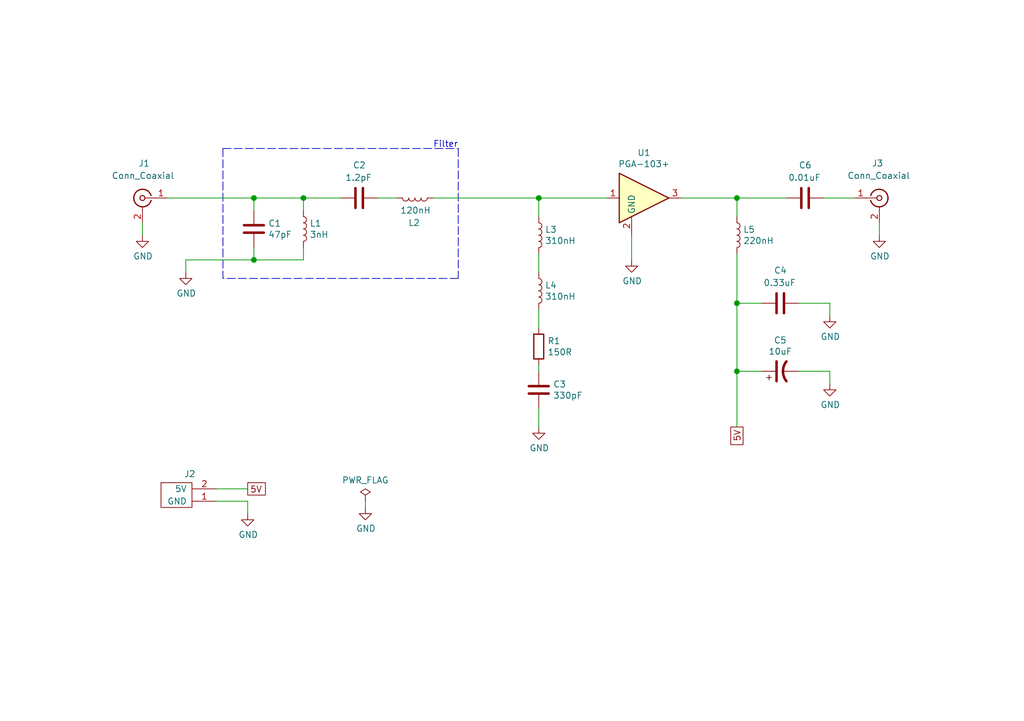
<source format=kicad_sch>
(kicad_sch (version 20201015) (generator eeschema)
  (page 1 1)
  (paper "A5")
  (title_block (title "LNA + Filter 400-440 Mhz"))
  (lib_symbols
    (symbol "Connector:Conn_Coaxial" (pin_names (offset 1.016) hide)
      (property "Reference" "J" (at 0.254 3.048 0))
      (property "Value" "Conn_Coaxial" (at 2.921 0 90))
      (symbol "Conn_Coaxial_0_1"
        (arc (start -1.778 0.508) (end 1.778 0) (radius (at -0.0508 0) (length 1.8034) (angles 163.6 0)) (stroke (width 0.254)))
        (arc (start 1.778 0) (end -1.778 -0.508) (radius (at -0.0254 0) (length 1.8034) (angles 0 -163.8)) (stroke (width 0.254)))
        (circle (center 0 0) (radius 0.508) (stroke (width 0.2032)))
        (polyline (pts (xy -2.54 0) (xy -0.508 0)))
        (polyline (pts (xy 0 -2.54) (xy 0 -1.778)))
      )
      (symbol "Conn_Coaxial_1_1"
        (pin passive line (at -5.08 0 0) (length 2.54) (name "In") (number "1"))
        (pin passive line (at 0 -5.08 90) (length 2.54) (name "Ext") (number "2"))
      )
    )
    (symbol "Device:C" (pin_numbers hide) (pin_names (offset 0.254))
      (property "Reference" "C" (at 0.635 2.54 0))
      (property "Value" "C" (at 0.635 -2.54 0))
      (symbol "C_0_1"
        (polyline (pts (xy -2.032 -0.762) (xy 2.032 -0.762)) (stroke (width 0.508)))
        (polyline (pts (xy -2.032 0.762) (xy 2.032 0.762)) (stroke (width 0.508)))
      )
      (symbol "C_1_1"
        (pin passive line (at 0 3.81 270) (length 2.794) (name "~") (number "1"))
        (pin passive line (at 0 -3.81 90) (length 2.794) (name "~") (number "2"))
      )
    )
    (symbol "Device:CP1" (pin_numbers hide) (pin_names (offset 0.254) hide)
      (property "Reference" "C" (at 0.635 2.54 0))
      (property "Value" "CP1" (at 0.635 -2.54 0))
      (symbol "CP1_0_1"
        (arc (start -2.032 -1.27) (end 2.032 -1.27) (radius (at 0 -3.81) (length 3.2512) (angles 128.7 51.3)) (stroke (width 0.508)))
        (polyline (pts (xy -2.032 0.762) (xy 2.032 0.762)) (stroke (width 0.508)))
        (polyline (pts (xy -1.778 2.286) (xy -0.762 2.286)))
        (polyline (pts (xy -1.27 1.778) (xy -1.27 2.794)))
      )
      (symbol "CP1_1_1"
        (pin passive line (at 0 3.81 270) (length 2.794) (name "~") (number "1"))
        (pin passive line (at 0 -3.81 90) (length 3.302) (name "~") (number "2"))
      )
    )
    (symbol "Device:L" (pin_numbers hide) (pin_names (offset 1.016) hide)
      (property "Reference" "L" (at -1.27 0 90))
      (property "Value" "L" (at 1.905 0 90))
      (symbol "L_0_1"
        (arc (start 0 -2.54) (end 0 -1.27) (radius (at 0 -1.905) (length 0.635) (angles -89.9 89.9)))
        (arc (start 0 -1.27) (end 0 0) (radius (at 0 -0.635) (length 0.635) (angles -89.9 89.9)))
        (arc (start 0 0) (end 0 1.27) (radius (at 0 0.635) (length 0.635) (angles -89.9 89.9)))
        (arc (start 0 1.27) (end 0 2.54) (radius (at 0 1.905) (length 0.635) (angles -89.9 89.9)))
      )
      (symbol "L_1_1"
        (pin passive line (at 0 3.81 270) (length 1.27) (name "1") (number "1"))
        (pin passive line (at 0 -3.81 90) (length 1.27) (name "2") (number "2"))
      )
    )
    (symbol "Device:R" (pin_numbers hide) (pin_names (offset 0))
      (property "Reference" "R" (at 2.032 0 90))
      (property "Value" "R" (at 0 0 90))
      (symbol "R_0_1"
        (rectangle (start -1.016 -2.54) (end 1.016 2.54) (stroke (width 0.254)))
      )
      (symbol "R_1_1"
        (pin passive line (at 0 3.81 270) (length 1.27) (name "~") (number "1"))
        (pin passive line (at 0 -3.81 90) (length 1.27) (name "~") (number "2"))
      )
    )
    (symbol "lna_library:PGA-103+"
      (property "Reference" "U" (at -1.27 7.62 0))
      (property "Value" "PGA-103+" (at 2.54 5.08 0))
      (symbol "PGA-103+_0_1"
        (polyline (pts (xy 5.08 0) (xy -5.08 5.08) (xy -5.08 -5.08) (xy 5.08 0)) (stroke (width 0.254)) (fill (type background)))
      )
      (symbol "PGA-103+_1_1"
        (pin input line (at -7.62 0 0) (length 2.54) (name "~") (number "1"))
        (pin power_in line (at -2.54 -7.62 90) (length 3.81) (name "GND") (number "2"))
        (pin output line (at 7.62 0 180) (length 2.54) (name "~") (number "3"))
      )
    )
    (symbol "lna_library:V5-GND" (pin_names (offset 1.016))
      (property "Reference" "J" (at -1.27 2.54 0))
      (symbol "V5-GND_0_1"
        (rectangle (start -2.54 1.27) (end 3.81 -3.81))
      )
      (symbol "V5-GND_1_1"
        (pin passive line (at -7.62 0 0) (length 5.08) (name "GND") (number "1"))
        (pin output line (at -7.62 -2.54 0) (length 5.08) (name "5V") (number "2"))
      )
    )
    (symbol "power:GND" (power) (pin_names (offset 0))
      (property "Value" "GND" (at 0 -3.81 0))
      (symbol "GND_0_1"
        (polyline (pts (xy 0 0) (xy 0 -1.27) (xy 1.27 -1.27) (xy 0 -2.54) (xy -1.27 -1.27) (xy 0 -1.27)))
      )
      (symbol "GND_1_1"
        (pin power_in line (at 0 0 270) (length 0) hide (name "GND") (number "1"))
      )
    )
    (symbol "power:PWR_FLAG" (power) (pin_numbers hide) (pin_names (offset 0) hide)
      (property "Value" "PWR_FLAG" (at 0 3.81 0))
      (symbol "PWR_FLAG_0_0"
        (pin power_out line (at 0 0 90) (length 0) (name "pwr") (number "1"))
      )
      (symbol "PWR_FLAG_0_1"
        (polyline (pts (xy 0 0) (xy 0 1.27) (xy -1.016 1.905) (xy 0 2.54) (xy 1.016 1.905) (xy 0 1.27)))
      )
    )
  )
  (junction (at 52.07 40.64) (diameter 1.016))
  (junction (at 52.07 53.34) (diameter 1.016))
  (junction (at 62.23 40.64) (diameter 1.016))
  (junction (at 110.49 40.64) (diameter 1.016))
  (junction (at 151.13 40.64) (diameter 1.016))
  (junction (at 151.13 62.23) (diameter 1.016))
  (junction (at 151.13 76.2) (diameter 1.016))
  (wire (pts (xy 29.21 45.72) (xy 29.21 48.26)))
  (wire (pts (xy 34.29 40.64) (xy 52.07 40.64)))
  (wire (pts (xy 38.1 53.34) (xy 38.1 55.88)))
  (wire (pts (xy 38.1 53.34) (xy 52.07 53.34)))
  (wire (pts (xy 44.45 100.33) (xy 50.8 100.33)))
  (wire (pts (xy 44.45 102.87) (xy 50.8 102.87)))
  (wire (pts (xy 50.8 102.87) (xy 50.8 105.41)))
  (wire (pts (xy 52.07 40.64) (xy 52.07 43.18)))
  (wire (pts (xy 52.07 40.64) (xy 62.23 40.64)))
  (wire (pts (xy 52.07 50.8) (xy 52.07 53.34)))
  (wire (pts (xy 52.07 53.34) (xy 62.23 53.34)))
  (wire (pts (xy 62.23 40.64) (xy 62.23 43.18)))
  (wire (pts (xy 62.23 40.64) (xy 69.85 40.64)))
  (wire (pts (xy 62.23 50.8) (xy 62.23 53.34)))
  (wire (pts (xy 74.93 102.87) (xy 74.93 104.14)))
  (wire (pts (xy 77.47 40.64) (xy 81.28 40.64)))
  (wire (pts (xy 88.9 40.64) (xy 110.49 40.64)))
  (wire (pts (xy 110.49 40.64) (xy 110.49 44.45)))
  (wire (pts (xy 110.49 40.64) (xy 124.46 40.64)))
  (wire (pts (xy 110.49 52.07) (xy 110.49 55.88)))
  (wire (pts (xy 110.49 63.5) (xy 110.49 67.31)))
  (wire (pts (xy 110.49 74.93) (xy 110.49 76.2)))
  (wire (pts (xy 110.49 83.82) (xy 110.49 87.63)))
  (wire (pts (xy 129.54 48.26) (xy 129.54 53.34)))
  (wire (pts (xy 139.7 40.64) (xy 151.13 40.64)))
  (wire (pts (xy 151.13 40.64) (xy 151.13 44.45)))
  (wire (pts (xy 151.13 40.64) (xy 161.29 40.64)))
  (wire (pts (xy 151.13 52.07) (xy 151.13 62.23)))
  (wire (pts (xy 151.13 62.23) (xy 151.13 76.2)))
  (wire (pts (xy 151.13 62.23) (xy 156.21 62.23)))
  (wire (pts (xy 151.13 76.2) (xy 151.13 87.63)))
  (wire (pts (xy 151.13 76.2) (xy 156.21 76.2)))
  (wire (pts (xy 163.83 62.23) (xy 170.18 62.23)))
  (wire (pts (xy 163.83 76.2) (xy 170.18 76.2)))
  (wire (pts (xy 168.91 40.64) (xy 175.26 40.64)))
  (wire (pts (xy 170.18 64.77) (xy 170.18 62.23)))
  (wire (pts (xy 170.18 76.2) (xy 170.18 78.74)))
  (wire (pts (xy 180.34 45.72) (xy 180.34 48.26)))
  (polyline (pts (xy 45.72 30.48) (xy 45.72 57.15)) (stroke (width 0) (type dash)))
  (polyline (pts (xy 45.72 30.48) (xy 93.98 30.48)) (stroke (width 0) (type dash)))
  (polyline (pts (xy 93.98 30.48) (xy 93.98 57.15)) (stroke (width 0) (type dash)))
  (polyline (pts (xy 93.98 57.15) (xy 45.72 57.15)) (stroke (width 0) (type dash)))
  (text "Filter" (at 93.98 30.48 180) (effects (font (size 1.27 1.27)) (justify right bottom)))
  (global_label "5V" (shape passive) (at 50.8 100.33 0) (property "Intersheet References" "${INTERSHEET_REFS}" (effects hide)))
  (global_label "5V" (shape passive) (at 151.13 87.63 270) (property "Intersheet References" "${INTERSHEET_REFS}" (effects hide)))
  (symbol (lib_id "power:PWR_FLAG") (at 74.93 102.87 0) (unit 1)
    (property "Reference" "#FLG01" (effects hide))
    (property "Value" "PWR_FLAG" (at 74.93 98.5456 0))
  )
  (symbol (lib_id "Device:L") (at 62.23 46.99 0) (unit 1)
    (property "Reference" "L1" (at 63.5001 45.8406 0) (effects (justify left)))
    (property "Value" "3nH" (at 63.5 48.139 0) (effects (justify left)))
    (property "Footprint" "Inductor_SMD:L_0805_2012Metric" (effects hide))
  )
  (symbol (lib_id "Device:L") (at 85.09 40.64 270) (unit 1)
    (property "Reference" "L2" (at 83.6994 45.7201 90) (effects (justify left)))
    (property "Value" "120nH" (at 85.211 43.18 90))
    (property "Footprint" "Inductor_SMD:L_0805_2012Metric" (effects hide))
  )
  (symbol (lib_id "Device:L") (at 110.49 48.26 0) (unit 1)
    (property "Reference" "L3" (at 111.7601 47.1106 0) (effects (justify left)))
    (property "Value" "310nH" (at 111.76 49.409 0) (effects (justify left)))
    (property "Footprint" "Inductor_SMD:L_0805_2012Metric" (effects hide))
  )
  (symbol (lib_id "Device:L") (at 110.49 59.69 0) (unit 1)
    (property "Reference" "L4" (at 111.7601 58.5406 0) (effects (justify left)))
    (property "Value" "310nH" (at 111.76 60.839 0) (effects (justify left)))
    (property "Footprint" "Inductor_SMD:L_0805_2012Metric" (effects hide))
  )
  (symbol (lib_id "Device:L") (at 151.13 48.26 0) (unit 1)
    (property "Reference" "L5" (at 152.4001 47.1106 0) (effects (justify left)))
    (property "Value" "220nH" (at 152.4 49.409 0) (effects (justify left)))
    (property "Footprint" "Inductor_SMD:L_0805_2012Metric" (effects hide))
  )
  (symbol (lib_id "power:GND") (at 29.21 48.26 0) (unit 1)
    (property "Reference" "#PWR01" (effects hide))
    (property "Value" "GND" (at 29.3243 52.5844 0))
  )
  (symbol (lib_id "power:GND") (at 38.1 55.88 0) (unit 1)
    (property "Reference" "#PWR02" (effects hide))
    (property "Value" "GND" (at 38.2143 60.2044 0))
  )
  (symbol (lib_id "power:GND") (at 50.8 105.41 0) (unit 1)
    (property "Reference" "#PWR03" (effects hide))
    (property "Value" "GND" (at 50.9143 109.7344 0))
  )
  (symbol (lib_id "power:GND") (at 74.93 104.14 0) (unit 1)
    (property "Reference" "#PWR04" (effects hide))
    (property "Value" "GND" (at 75.0443 108.4644 0))
  )
  (symbol (lib_id "power:GND") (at 110.49 87.63 0) (unit 1)
    (property "Reference" "#PWR05" (effects hide))
    (property "Value" "GND" (at 110.6043 91.9544 0))
  )
  (symbol (lib_id "power:GND") (at 129.54 53.34 0) (unit 1)
    (property "Reference" "#PWR06" (effects hide))
    (property "Value" "GND" (at 129.6543 57.6644 0))
  )
  (symbol (lib_id "power:GND") (at 170.18 64.77 0) (unit 1)
    (property "Reference" "#PWR07" (effects hide))
    (property "Value" "GND" (at 170.2943 69.0944 0))
  )
  (symbol (lib_id "power:GND") (at 170.18 78.74 0) (unit 1)
    (property "Reference" "#PWR08" (effects hide))
    (property "Value" "GND" (at 170.2943 83.0644 0))
  )
  (symbol (lib_id "power:GND") (at 180.34 48.26 0) (unit 1)
    (property "Reference" "#PWR09" (effects hide))
    (property "Value" "GND" (at 180.4543 52.5844 0))
  )
  (symbol (lib_id "Device:R") (at 110.49 71.12 0) (unit 1)
    (property "Reference" "R1" (at 112.2681 69.9706 0) (effects (justify left)))
    (property "Value" "150R" (at 112.268 72.269 0) (effects (justify left)))
    (property "Footprint" "Resistor_SMD:R_0603_1608Metric" (effects hide))
  )
  (symbol (lib_id "Device:C") (at 52.07 46.99 0) (unit 1)
    (property "Reference" "C1" (at 54.9911 45.8406 0) (effects (justify left)))
    (property "Value" "47pF" (at 54.991 48.139 0) (effects (justify left)))
    (property "Footprint" "Capacitor_SMD:C_0603_1608Metric" (effects hide))
  )
  (symbol (lib_id "Device:C") (at 73.66 40.64 90) (unit 1)
    (property "Reference" "C2" (at 75.0506 33.9089 90) (effects (justify left)))
    (property "Value" "1.2pF" (at 73.539 36.449 90))
    (property "Footprint" "Capacitor_SMD:C_0603_1608Metric" (effects hide))
  )
  (symbol (lib_id "Device:C") (at 110.49 80.01 0) (unit 1)
    (property "Reference" "C3" (at 113.4111 78.8606 0) (effects (justify left)))
    (property "Value" "330pF" (at 113.411 81.159 0) (effects (justify left)))
    (property "Footprint" "Capacitor_SMD:C_0603_1608Metric" (effects hide))
  )
  (symbol (lib_id "Device:C") (at 160.02 62.23 90) (unit 1)
    (property "Reference" "C4" (at 161.4106 55.4989 90) (effects (justify left)))
    (property "Value" "0.33uF" (at 159.899 58.039 90))
    (property "Footprint" "Capacitor_SMD:C_0603_1608Metric" (effects hide))
  )
  (symbol (lib_id "Device:CP1") (at 160.02 76.2 90) (unit 1)
    (property "Reference" "C5" (at 160.02 69.8308 90))
    (property "Value" "10uF" (at 160.02 72.13 90))
    (property "Footprint" "Capacitor_Tantalum_SMD:CP_EIA-3216-18_Kemet-A" (effects hide))
  )
  (symbol (lib_id "Device:C") (at 165.1 40.64 90) (unit 1)
    (property "Reference" "C6" (at 166.4906 33.9089 90) (effects (justify left)))
    (property "Value" "0.01uF" (at 164.979 36.449 90))
    (property "Footprint" "Capacitor_SMD:C_0603_1608Metric" (effects hide))
  )
  (symbol (lib_id "Connector:Conn_Coaxial") (at 29.21 40.64 0) (mirror y) (unit 1)
    (property "Reference" "J1" (at 29.572 33.515 0))
    (property "Value" "Conn_Coaxial" (at 29.3305 36.0553 0))
    (property "Footprint" "Connector_Coaxial:SMA_Amphenol_132289_EdgeMount" (effects hide))
    (property "Datasheet" " ~" (effects hide))
  )
  (symbol (lib_id "Connector:Conn_Coaxial") (at 180.34 40.64 0) (unit 1)
    (property "Reference" "J3" (at 179.9782 33.5153 0))
    (property "Value" "Conn_Coaxial" (at 180.2195 36.0553 0))
    (property "Footprint" "Connector_Coaxial:SMA_Amphenol_132289_EdgeMount" (effects hide))
    (property "Datasheet" " ~" (effects hide))
  )
  (symbol (lib_id "lna_library:V5-GND") (at 36.83 102.87 180) (unit 1)
    (property "Reference" "J2" (at 38.9255 97.2756 0))
    (property "Value" "V5-GND" (effects hide))
    (property "Footprint" "Connector_PinHeader_2.54mm:PinHeader_1x02_P2.54mm_Vertical" (effects hide))
  )
  (symbol (lib_id "lna_library:PGA-103+") (at 132.08 40.64 0) (unit 1)
    (property "Reference" "U1" (at 132.08 31.3498 0))
    (property "Value" "PGA-103+" (at 132.08 33.6485 0))
    (property "Footprint" "Package_TO_SOT_SMD:SOT-89-3" (effects hide))
    (property "Datasheet" "https://www.minicircuits.com/pdfs/PGA-103+.pdf" (effects hide))
  )
)
</source>
